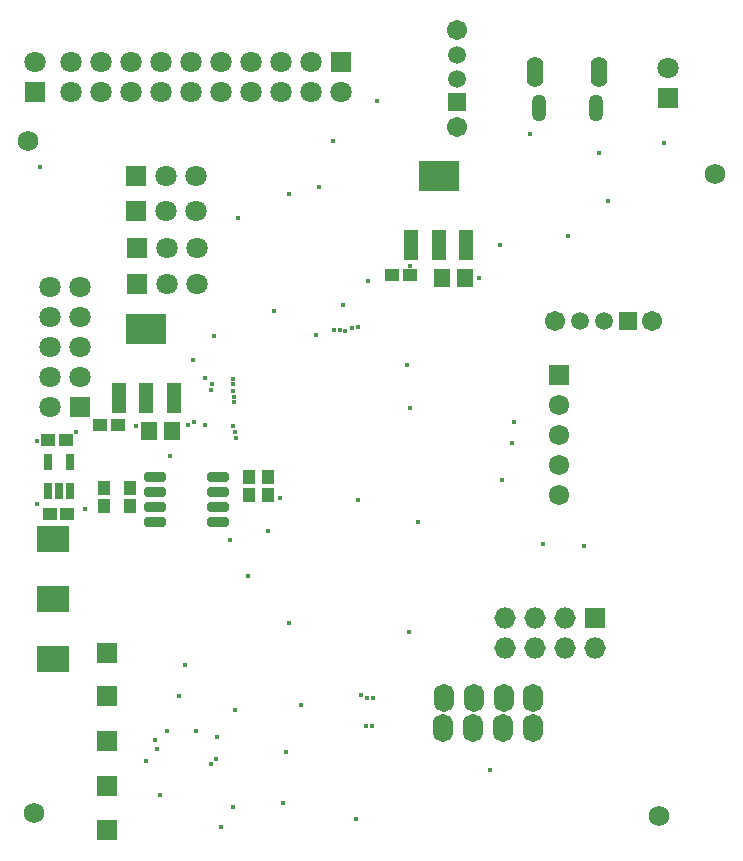
<source format=gbs>
G04*
G04 #@! TF.GenerationSoftware,Altium Limited,Altium Designer,20.2.5 (213)*
G04*
G04 Layer_Color=16711935*
%FSLAX44Y44*%
%MOMM*%
G71*
G04*
G04 #@! TF.SameCoordinates,CBCE1813-5DC1-42ED-B67B-6F9CDEC3D03C*
G04*
G04*
G04 #@! TF.FilePolarity,Negative*
G04*
G01*
G75*
%ADD47R,1.1524X1.1024*%
%ADD48R,1.1024X1.1524*%
%ADD59R,1.4032X1.6032*%
%ADD69R,3.5032X2.6032*%
%ADD70R,1.2032X2.6032*%
%ADD74O,1.7272X2.3876*%
%ADD75C,1.7272*%
%ADD76R,1.8032X1.8032*%
%ADD77R,1.7232X1.7232*%
%ADD78C,1.7232*%
%ADD79R,2.7032X2.2032*%
%ADD80O,1.4032X2.6032*%
%ADD81O,0.7300X1.4600*%
%ADD82R,1.5112X1.5112*%
%ADD83C,1.5112*%
%ADD84C,1.7032*%
%ADD85R,1.5112X1.5112*%
%ADD86C,1.8032*%
%ADD87O,1.8132X1.8032*%
%ADD88R,1.8132X1.8032*%
%ADD89R,1.8032X1.8032*%
%ADD90C,0.4032*%
G04:AMPARAMS|DCode=112|XSize=1.7832mm|YSize=0.8032mm|CornerRadius=0.1766mm|HoleSize=0mm|Usage=FLASHONLY|Rotation=180.000|XOffset=0mm|YOffset=0mm|HoleType=Round|Shape=RoundedRectangle|*
%AMROUNDEDRECTD112*
21,1,1.7832,0.4500,0,0,180.0*
21,1,1.4300,0.8032,0,0,180.0*
1,1,0.3532,-0.7150,0.2250*
1,1,0.3532,0.7150,0.2250*
1,1,0.3532,0.7150,-0.2250*
1,1,0.3532,-0.7150,-0.2250*
%
%ADD112ROUNDEDRECTD112*%
%ADD113R,0.7112X1.4224*%
%ADD114O,1.2532X2.3032*%
D47*
X4519Y317047D02*
D03*
X19519D02*
D03*
X18369Y379222D02*
D03*
X3369D02*
D03*
X294297Y518906D02*
D03*
X309297D02*
D03*
X46990Y392430D02*
D03*
X61990D02*
D03*
D48*
X189230Y332860D02*
D03*
Y347860D02*
D03*
X172867Y333114D02*
D03*
Y348114D02*
D03*
X50054Y323970D02*
D03*
Y338970D02*
D03*
X72390Y323970D02*
D03*
Y338970D02*
D03*
D59*
X336770Y516925D02*
D03*
X355770D02*
D03*
X88900Y387350D02*
D03*
X107900D02*
D03*
D69*
X86360Y473500D02*
D03*
X333680Y602844D02*
D03*
D70*
X63360Y415500D02*
D03*
X86360D02*
D03*
X109360D02*
D03*
X310680Y544844D02*
D03*
X333680D02*
D03*
X356680D02*
D03*
D74*
X413893Y161290D02*
D03*
X388747D02*
D03*
X363601D02*
D03*
X337947D02*
D03*
X337693Y135890D02*
D03*
X363220D02*
D03*
X388493D02*
D03*
X413893D02*
D03*
D75*
X-13970Y632460D02*
D03*
X-8890Y63500D02*
D03*
X567690Y604520D02*
D03*
X520700Y60960D02*
D03*
D76*
X53340Y49530D02*
D03*
Y86360D02*
D03*
Y124460D02*
D03*
Y162560D02*
D03*
Y199390D02*
D03*
X528320Y669290D02*
D03*
X30480Y407670D02*
D03*
X-7620Y674370D02*
D03*
D77*
X435610Y434340D02*
D03*
D78*
Y408940D02*
D03*
Y383540D02*
D03*
Y358140D02*
D03*
Y332740D02*
D03*
D79*
X7620Y245110D02*
D03*
Y194310D02*
D03*
Y296037D02*
D03*
D80*
X415400Y690880D02*
D03*
X469900D02*
D03*
D81*
X418400Y660580D02*
D03*
X466900D02*
D03*
D82*
X493710Y480060D02*
D03*
D83*
X473710D02*
D03*
X453710D02*
D03*
X349250Y705480D02*
D03*
Y685480D02*
D03*
D84*
X514710Y480060D02*
D03*
X432710D02*
D03*
X349250Y726480D02*
D03*
Y644480D02*
D03*
D85*
Y665480D02*
D03*
D86*
X528320Y694690D02*
D03*
X5080Y407670D02*
D03*
Y433070D02*
D03*
Y458470D02*
D03*
Y483870D02*
D03*
Y509270D02*
D03*
X30480D02*
D03*
Y483870D02*
D03*
Y458470D02*
D03*
Y433070D02*
D03*
X226060Y699770D02*
D03*
X200660D02*
D03*
X175260D02*
D03*
X149860D02*
D03*
X124460D02*
D03*
X99060D02*
D03*
X73660D02*
D03*
X48260D02*
D03*
X22860D02*
D03*
Y674370D02*
D03*
X48260D02*
D03*
X73660D02*
D03*
X99060D02*
D03*
X124460D02*
D03*
X149860D02*
D03*
X175260D02*
D03*
X200660D02*
D03*
X226060D02*
D03*
X251460D02*
D03*
X129030Y511556D02*
D03*
X103630D02*
D03*
X129030Y542122D02*
D03*
X103630D02*
D03*
X128542Y573249D02*
D03*
X103142D02*
D03*
X128270Y603250D02*
D03*
X102870D02*
D03*
X-7620Y699770D02*
D03*
D87*
X466090Y203200D02*
D03*
X440690D02*
D03*
X415290D02*
D03*
X389890D02*
D03*
Y228600D02*
D03*
X415290D02*
D03*
X440690D02*
D03*
D88*
X466090D02*
D03*
D89*
X251460Y699770D02*
D03*
X78230Y511556D02*
D03*
Y542122D02*
D03*
X77742Y573249D02*
D03*
X77470Y603250D02*
D03*
D90*
X386080Y544830D02*
D03*
X281940Y666750D02*
D03*
X107532Y386080D02*
D03*
X106680Y365760D02*
D03*
X77470Y391160D02*
D03*
X26670Y386080D02*
D03*
X-6350Y378460D02*
D03*
X121920Y392430D02*
D03*
X125730Y447040D02*
D03*
X143510Y467360D02*
D03*
X194310Y488950D02*
D03*
X316230Y309880D02*
D03*
X273050Y161290D02*
D03*
X267970Y163830D02*
D03*
X278130Y161290D02*
D03*
X277170Y137160D02*
D03*
X272570D02*
D03*
X264160Y58420D02*
D03*
X157480Y294640D02*
D03*
X172720Y264160D02*
D03*
X204470Y115570D02*
D03*
X128270Y133350D02*
D03*
X140970Y105410D02*
D03*
X95250Y118110D02*
D03*
X104140Y133350D02*
D03*
X217170Y154940D02*
D03*
X265430Y328930D02*
D03*
X199510Y330200D02*
D03*
X135890Y392430D02*
D03*
X162560Y381000D02*
D03*
X307340Y443230D02*
D03*
X443230Y552450D02*
D03*
X524510Y631190D02*
D03*
X309880Y527149D02*
D03*
X274320Y514100D02*
D03*
X368300Y516890D02*
D03*
X232410Y593610D02*
D03*
X207010Y588010D02*
D03*
X-6350Y325120D02*
D03*
X34290Y321310D02*
D03*
X-3810Y610870D02*
D03*
X411480Y638810D02*
D03*
X469900Y622300D02*
D03*
X477520Y581660D02*
D03*
X422146Y291336D02*
D03*
X457200Y289560D02*
D03*
X387350Y345440D02*
D03*
X396240Y377190D02*
D03*
X397510Y394970D02*
D03*
X308610Y217170D02*
D03*
X189230Y302260D02*
D03*
X97790Y78740D02*
D03*
X160020Y68580D02*
D03*
X114300Y162560D02*
D03*
X119380Y189230D02*
D03*
X149860Y52070D02*
D03*
X161290Y151130D02*
D03*
X145415Y109855D02*
D03*
X201930Y72390D02*
D03*
X86360Y107950D02*
D03*
X93980Y125730D02*
D03*
X145886Y128117D02*
D03*
X377190Y100330D02*
D03*
X207010Y224790D02*
D03*
X309880Y406400D02*
D03*
X253040Y494167D02*
D03*
X160020Y391160D02*
D03*
X161290Y386080D02*
D03*
X265430Y474980D02*
D03*
X245110Y472440D02*
D03*
X260130Y474760D02*
D03*
X254910Y472080D02*
D03*
X249910Y472440D02*
D03*
X163830Y567690D02*
D03*
X127000Y394970D02*
D03*
X160531Y411591D02*
D03*
X160300Y416280D02*
D03*
X159540Y431320D02*
D03*
X140970Y421640D02*
D03*
X142240Y426720D02*
D03*
X159660Y421280D02*
D03*
X160060Y426680D02*
D03*
X136208Y432118D02*
D03*
X229870Y468630D02*
D03*
X244200Y632821D02*
D03*
D112*
X147350Y347980D02*
D03*
Y335280D02*
D03*
Y322580D02*
D03*
Y309880D02*
D03*
X93950D02*
D03*
Y322580D02*
D03*
Y335280D02*
D03*
Y347980D02*
D03*
D113*
X21537Y336605D02*
D03*
X12139D02*
D03*
X2741D02*
D03*
Y360989D02*
D03*
X21537D02*
D03*
D114*
X418400Y660580D02*
D03*
X466900D02*
D03*
M02*

</source>
